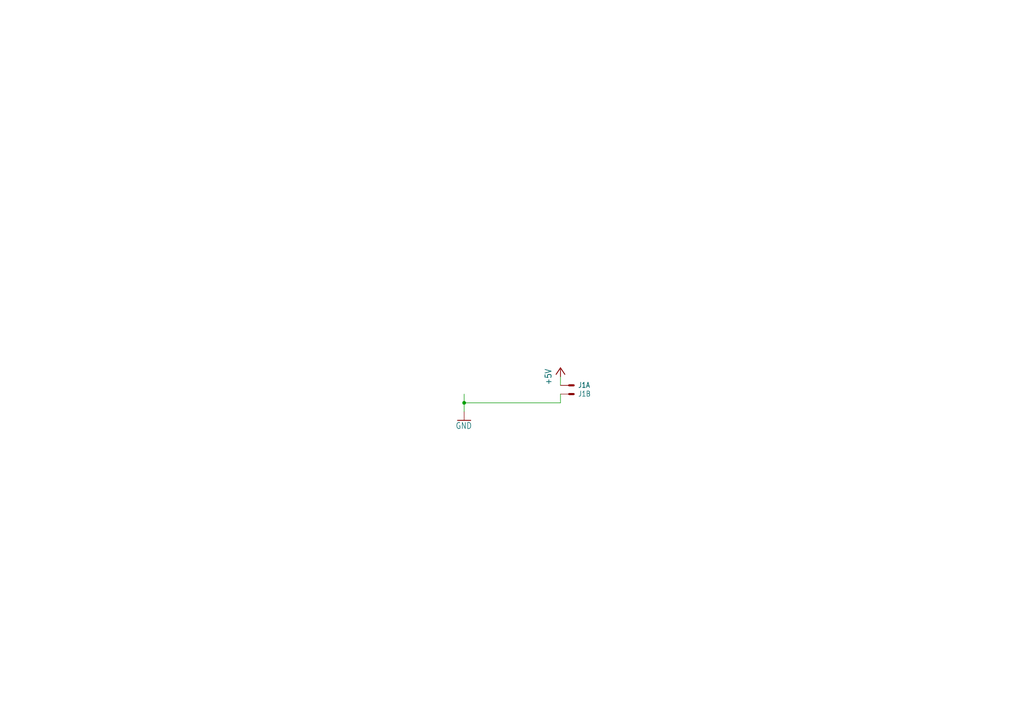
<source format=kicad_sch>
(kicad_sch (version 20211123) (generator eeschema)
  (paper "A4")
  (lib_symbols
    (symbol "bela_cape-eagle-import:+5V" (power)
      (property "Value" "+5V" (at -2.54 -5.08 90))
      (symbol "+5V_1_0"
        (polyline (pts (xy 0 0) (xy -1.27 -1.905)) (stroke (width 0.254)))
        (polyline (pts (xy 1.27 -1.905) (xy 0 0)) (stroke (width 0.254)))
        (pin power_in line (at 0 -2.54 90) (length 2.54) (name "+5V") (number "1"))
      )
    )
    (symbol "bela_cape-eagle-import:22-23-2021"
      (property "Reference" "X" (at 2.54 -0.762 0))
      (symbol "22-23-2021_1_0"
        (polyline (pts (xy 1.27 0) (xy 0 0)) (stroke (width 0.6096)))
        (pin passive line (at -2.54 0 0) (length 2.54) (name "S") (number "1"))
      )
      (symbol "22-23-2021_2_0"
        (polyline (pts (xy 1.27 0) (xy 0 0)) (stroke (width 0.6096)))
        (pin passive line (at -2.54 0 0) (length 2.54) (name "S") (number "2"))
      )
    )
    (symbol "bela_cape-eagle-import:GND" (power)
      (property "Value" "GND" (at -2.54 -2.54 0))
      (symbol "GND_1_0"
        (polyline (pts (xy -1.905 0) (xy 1.905 0)) (stroke (width 0.254)))
        (pin power_in line (at 0 2.54 270) (length 2.54) (name "GND") (number "1"))
      )
    )
  )
  (junction (at 134.62 116.84))
  (wire (pts (xy 162.56 109.22) (xy 162.56 111.76)))
  (wire (pts (xy 134.62 116.84) (xy 134.62 114.3)))
  (wire (pts (xy 162.56 116.84) (xy 162.56 114.3)))
  (wire (pts (xy 134.62 116.84) (xy 162.56 116.84)))
  (wire (pts (xy 134.62 119.38) (xy 134.62 116.84)))
  (symbol (lib_id "bela_cape-eagle-import:GND") (at 134.62 121.92 0) (unit 1)
    (property "Reference" "#GND06" (effects hide))
    (property "Value" "GND" (at 132.08 124.46 0) (effects (font (size 1.778 1.5113)) (justify left bottom)))
    (property "Footprint" "bela_cape:" (effects hide))
  )
  (symbol (lib_id "bela_cape-eagle-import:22-23-2021") (at 165.1 111.76 0) (unit 1)
    (property "Reference" "J1" (at 167.64 112.522 0) (effects (font (size 1.524 1.2954)) (justify left bottom)))
    (property "Value" "22-23-2021" (effects hide))
    (property "Footprint" "bela_cape:22-23-2021" (effects hide))
  )
  (symbol (lib_id "bela_cape-eagle-import:22-23-2021") (at 165.1 114.3 0) (unit 2)
    (property "Reference" "J1" (at 167.64 115.062 0) (effects (font (size 1.524 1.2954)) (justify left bottom)))
    (property "Value" "22-23-2021" (effects hide))
    (property "Footprint" "bela_cape:22-23-2021" (effects hide))
  )
  (symbol (lib_id "bela_cape-eagle-import:+5V") (at 162.56 106.68 0) (unit 1)
    (property "Reference" "#P+012" (effects hide))
    (property "Value" "+5V" (at 160.02 111.76 90) (effects (font (size 1.778 1.5113)) (justify left bottom)))
    (property "Footprint" "bela_cape:" (effects hide))
  )
)
</source>
